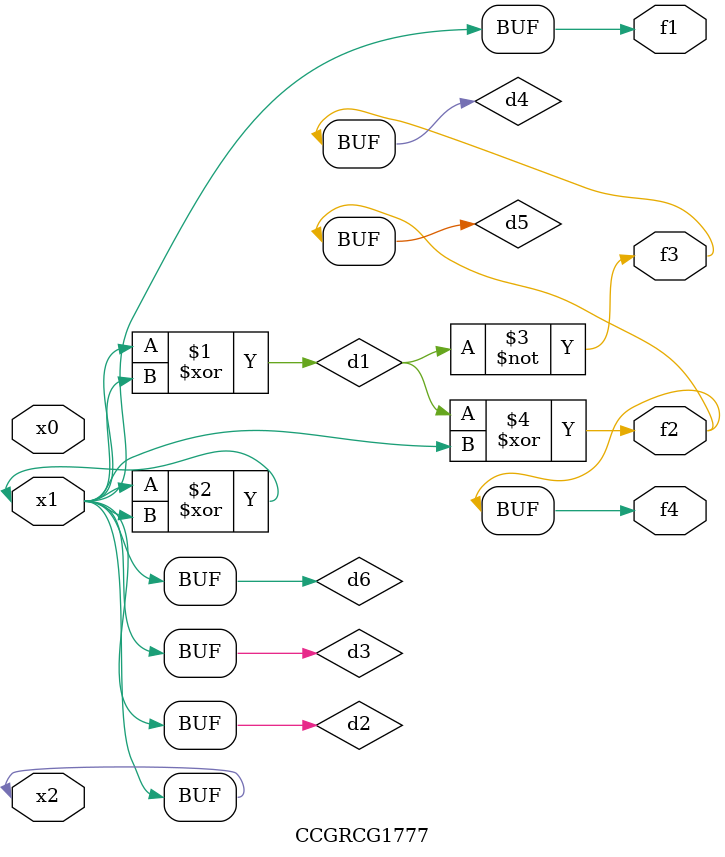
<source format=v>
module CCGRCG1777(
	input x0, x1, x2,
	output f1, f2, f3, f4
);

	wire d1, d2, d3, d4, d5, d6;

	xor (d1, x1, x2);
	buf (d2, x1, x2);
	xor (d3, x1, x2);
	nor (d4, d1);
	xor (d5, d1, d2);
	buf (d6, d2, d3);
	assign f1 = d6;
	assign f2 = d5;
	assign f3 = d4;
	assign f4 = d5;
endmodule

</source>
